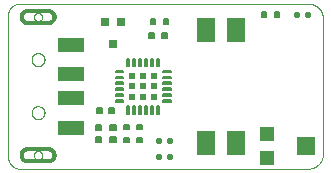
<source format=gtp>
G75*
%MOIN*%
%OFA0B0*%
%FSLAX25Y25*%
%IPPOS*%
%LPD*%
%AMOC8*
5,1,8,0,0,1.08239X$1,22.5*
%
%ADD10C,0.00100*%
%ADD11R,0.06299X0.07874*%
%ADD12C,0.00661*%
%ADD13C,0.00591*%
%ADD14R,0.02756X0.02756*%
%ADD15C,0.00551*%
%ADD16R,0.02362X0.02362*%
%ADD17C,0.00984*%
%ADD18C,0.01181*%
%ADD19R,0.09055X0.04724*%
%ADD20C,0.00000*%
%ADD21R,0.06299X0.05906*%
%ADD22R,0.04724X0.04724*%
D10*
X0061197Y0006800D02*
X0061197Y0054300D01*
X0061203Y0054422D01*
X0061213Y0054543D01*
X0061226Y0054664D01*
X0061243Y0054785D01*
X0061264Y0054905D01*
X0061289Y0055024D01*
X0061318Y0055142D01*
X0061350Y0055260D01*
X0061386Y0055376D01*
X0061425Y0055491D01*
X0061468Y0055605D01*
X0061515Y0055718D01*
X0061565Y0055829D01*
X0061619Y0055938D01*
X0061676Y0056046D01*
X0061737Y0056151D01*
X0061800Y0056255D01*
X0061867Y0056357D01*
X0061937Y0056456D01*
X0062011Y0056554D01*
X0062087Y0056649D01*
X0062166Y0056741D01*
X0062248Y0056831D01*
X0062333Y0056919D01*
X0062420Y0057003D01*
X0062511Y0057085D01*
X0062603Y0057164D01*
X0062698Y0057240D01*
X0062796Y0057313D01*
X0062895Y0057383D01*
X0062997Y0057450D01*
X0063101Y0057514D01*
X0063207Y0057574D01*
X0063315Y0057631D01*
X0063424Y0057684D01*
X0063535Y0057734D01*
X0063648Y0057781D01*
X0063762Y0057824D01*
X0063877Y0057863D01*
X0063993Y0057899D01*
X0064111Y0057931D01*
X0064229Y0057959D01*
X0064349Y0057984D01*
X0064469Y0058005D01*
X0064589Y0058022D01*
X0064710Y0058035D01*
X0064832Y0058045D01*
X0064953Y0058050D01*
X0065075Y0058052D01*
X0065197Y0058050D01*
X0161197Y0058050D01*
X0161337Y0058048D01*
X0161477Y0058042D01*
X0161617Y0058032D01*
X0161757Y0058019D01*
X0161896Y0058001D01*
X0162035Y0057979D01*
X0162172Y0057954D01*
X0162310Y0057925D01*
X0162446Y0057892D01*
X0162581Y0057855D01*
X0162715Y0057814D01*
X0162848Y0057769D01*
X0162980Y0057721D01*
X0163110Y0057669D01*
X0163239Y0057614D01*
X0163366Y0057555D01*
X0163492Y0057492D01*
X0163616Y0057426D01*
X0163737Y0057357D01*
X0163857Y0057284D01*
X0163975Y0057207D01*
X0164090Y0057128D01*
X0164204Y0057045D01*
X0164314Y0056959D01*
X0164423Y0056870D01*
X0164529Y0056778D01*
X0164632Y0056683D01*
X0164733Y0056586D01*
X0164830Y0056485D01*
X0164925Y0056382D01*
X0165017Y0056276D01*
X0165106Y0056167D01*
X0165192Y0056057D01*
X0165275Y0055943D01*
X0165354Y0055828D01*
X0165431Y0055710D01*
X0165504Y0055590D01*
X0165573Y0055469D01*
X0165639Y0055345D01*
X0165702Y0055219D01*
X0165761Y0055092D01*
X0165816Y0054963D01*
X0165868Y0054833D01*
X0165916Y0054701D01*
X0165961Y0054568D01*
X0166002Y0054434D01*
X0166039Y0054299D01*
X0166072Y0054163D01*
X0166101Y0054025D01*
X0166126Y0053888D01*
X0166148Y0053749D01*
X0166166Y0053610D01*
X0166179Y0053470D01*
X0166189Y0053330D01*
X0166195Y0053190D01*
X0166197Y0053050D01*
X0166197Y0008050D01*
X0166195Y0007910D01*
X0166189Y0007770D01*
X0166179Y0007630D01*
X0166166Y0007490D01*
X0166148Y0007351D01*
X0166126Y0007212D01*
X0166101Y0007075D01*
X0166072Y0006937D01*
X0166039Y0006801D01*
X0166002Y0006666D01*
X0165961Y0006532D01*
X0165916Y0006399D01*
X0165868Y0006267D01*
X0165816Y0006137D01*
X0165761Y0006008D01*
X0165702Y0005881D01*
X0165639Y0005755D01*
X0165573Y0005631D01*
X0165504Y0005510D01*
X0165431Y0005390D01*
X0165354Y0005272D01*
X0165275Y0005157D01*
X0165192Y0005043D01*
X0165106Y0004933D01*
X0165017Y0004824D01*
X0164925Y0004718D01*
X0164830Y0004615D01*
X0164733Y0004514D01*
X0164632Y0004417D01*
X0164529Y0004322D01*
X0164423Y0004230D01*
X0164314Y0004141D01*
X0164204Y0004055D01*
X0164090Y0003972D01*
X0163975Y0003893D01*
X0163857Y0003816D01*
X0163737Y0003743D01*
X0163616Y0003674D01*
X0163492Y0003608D01*
X0163366Y0003545D01*
X0163239Y0003486D01*
X0163110Y0003431D01*
X0162980Y0003379D01*
X0162848Y0003331D01*
X0162715Y0003286D01*
X0162581Y0003245D01*
X0162446Y0003208D01*
X0162310Y0003175D01*
X0162172Y0003146D01*
X0162035Y0003121D01*
X0161896Y0003099D01*
X0161757Y0003081D01*
X0161617Y0003068D01*
X0161477Y0003058D01*
X0161337Y0003052D01*
X0161197Y0003050D01*
X0065197Y0003050D01*
X0065073Y0003048D01*
X0064948Y0003050D01*
X0064824Y0003056D01*
X0064700Y0003066D01*
X0064577Y0003080D01*
X0064454Y0003098D01*
X0064332Y0003119D01*
X0064210Y0003145D01*
X0064089Y0003175D01*
X0063970Y0003208D01*
X0063851Y0003245D01*
X0063734Y0003286D01*
X0063618Y0003331D01*
X0063503Y0003380D01*
X0063390Y0003432D01*
X0063279Y0003487D01*
X0063170Y0003547D01*
X0063063Y0003609D01*
X0062958Y0003675D01*
X0062855Y0003745D01*
X0062754Y0003817D01*
X0062655Y0003893D01*
X0062559Y0003972D01*
X0062466Y0004054D01*
X0062375Y0004139D01*
X0062287Y0004227D01*
X0062202Y0004318D01*
X0062120Y0004411D01*
X0062041Y0004507D01*
X0061965Y0004606D01*
X0061893Y0004706D01*
X0061823Y0004809D01*
X0061757Y0004915D01*
X0061694Y0005022D01*
X0061635Y0005131D01*
X0061579Y0005242D01*
X0061527Y0005355D01*
X0061479Y0005469D01*
X0061434Y0005585D01*
X0061393Y0005703D01*
X0061355Y0005821D01*
X0061322Y0005941D01*
X0061292Y0006062D01*
X0061267Y0006183D01*
X0061245Y0006306D01*
X0061227Y0006428D01*
X0061213Y0006552D01*
X0061203Y0006676D01*
X0061197Y0006800D01*
D11*
X0127197Y0011770D03*
X0137197Y0011770D03*
X0137197Y0049330D03*
X0127197Y0049330D03*
D12*
X0096534Y0021699D02*
X0094990Y0021699D01*
X0094990Y0023401D01*
X0096534Y0023401D01*
X0096534Y0021699D01*
X0096534Y0022359D02*
X0094990Y0022359D01*
X0094990Y0023019D02*
X0096534Y0023019D01*
X0092419Y0021699D02*
X0090875Y0021699D01*
X0090875Y0023401D01*
X0092419Y0023401D01*
X0092419Y0021699D01*
X0092419Y0022359D02*
X0090875Y0022359D01*
X0090875Y0023019D02*
X0092419Y0023019D01*
X0090471Y0017622D02*
X0090471Y0016078D01*
X0090471Y0017622D02*
X0092173Y0017622D01*
X0092173Y0016078D01*
X0090471Y0016078D01*
X0090471Y0016738D02*
X0092173Y0016738D01*
X0092173Y0017398D02*
X0090471Y0017398D01*
X0097048Y0017637D02*
X0097048Y0016093D01*
X0095346Y0016093D01*
X0095346Y0017637D01*
X0097048Y0017637D01*
X0097048Y0016753D02*
X0095346Y0016753D01*
X0095346Y0017413D02*
X0097048Y0017413D01*
X0097048Y0013522D02*
X0097048Y0011978D01*
X0095346Y0011978D01*
X0095346Y0013522D01*
X0097048Y0013522D01*
X0097048Y0012638D02*
X0095346Y0012638D01*
X0095346Y0013298D02*
X0097048Y0013298D01*
X0090471Y0013507D02*
X0090471Y0011963D01*
X0090471Y0013507D02*
X0092173Y0013507D01*
X0092173Y0011963D01*
X0090471Y0011963D01*
X0090471Y0012623D02*
X0092173Y0012623D01*
X0092173Y0013283D02*
X0090471Y0013283D01*
D13*
X0101583Y0013324D02*
X0101583Y0011946D01*
X0099811Y0011946D01*
X0099811Y0013324D01*
X0101583Y0013324D01*
X0101583Y0012536D02*
X0099811Y0012536D01*
X0099811Y0013126D02*
X0101583Y0013126D01*
X0105958Y0013324D02*
X0105958Y0011946D01*
X0104186Y0011946D01*
X0104186Y0013324D01*
X0105958Y0013324D01*
X0105958Y0012536D02*
X0104186Y0012536D01*
X0104186Y0013126D02*
X0105958Y0013126D01*
X0105958Y0016276D02*
X0105958Y0017654D01*
X0105958Y0016276D02*
X0104186Y0016276D01*
X0104186Y0017654D01*
X0105958Y0017654D01*
X0105958Y0016866D02*
X0104186Y0016866D01*
X0104186Y0017456D02*
X0105958Y0017456D01*
X0101583Y0017654D02*
X0101583Y0016276D01*
X0099811Y0016276D01*
X0099811Y0017654D01*
X0101583Y0017654D01*
X0101583Y0016866D02*
X0099811Y0016866D01*
X0099811Y0017456D02*
X0101583Y0017456D01*
X0108342Y0046664D02*
X0109720Y0046664D01*
X0108342Y0046664D02*
X0108342Y0048436D01*
X0109720Y0048436D01*
X0109720Y0046664D01*
X0109720Y0047254D02*
X0108342Y0047254D01*
X0108342Y0047844D02*
X0109720Y0047844D01*
X0109720Y0048434D02*
X0108342Y0048434D01*
X0112673Y0046664D02*
X0114051Y0046664D01*
X0112673Y0046664D02*
X0112673Y0048436D01*
X0114051Y0048436D01*
X0114051Y0046664D01*
X0114051Y0047254D02*
X0112673Y0047254D01*
X0112673Y0047844D02*
X0114051Y0047844D01*
X0114051Y0048434D02*
X0112673Y0048434D01*
X0113173Y0052936D02*
X0114551Y0052936D01*
X0114551Y0051164D01*
X0113173Y0051164D01*
X0113173Y0052936D01*
X0113173Y0051754D02*
X0114551Y0051754D01*
X0114551Y0052344D02*
X0113173Y0052344D01*
X0113173Y0052934D02*
X0114551Y0052934D01*
X0110220Y0052936D02*
X0108842Y0052936D01*
X0110220Y0052936D02*
X0110220Y0051164D01*
X0108842Y0051164D01*
X0108842Y0052936D01*
X0108842Y0051754D02*
X0110220Y0051754D01*
X0110220Y0052344D02*
X0108842Y0052344D01*
X0108842Y0052934D02*
X0110220Y0052934D01*
X0145842Y0053664D02*
X0147220Y0053664D01*
X0145842Y0053664D02*
X0145842Y0055436D01*
X0147220Y0055436D01*
X0147220Y0053664D01*
X0147220Y0054254D02*
X0145842Y0054254D01*
X0145842Y0054844D02*
X0147220Y0054844D01*
X0147220Y0055434D02*
X0145842Y0055434D01*
X0150173Y0053664D02*
X0151551Y0053664D01*
X0150173Y0053664D02*
X0150173Y0055436D01*
X0151551Y0055436D01*
X0151551Y0053664D01*
X0151551Y0054254D02*
X0150173Y0054254D01*
X0150173Y0054844D02*
X0151551Y0054844D01*
X0151551Y0055434D02*
X0150173Y0055434D01*
D14*
X0098756Y0051942D03*
X0093638Y0051942D03*
X0096197Y0044658D03*
D15*
X0101000Y0039724D02*
X0101000Y0037124D01*
X0101000Y0039724D02*
X0101552Y0039724D01*
X0101552Y0037124D01*
X0101000Y0037124D01*
X0101000Y0037674D02*
X0101552Y0037674D01*
X0101552Y0038224D02*
X0101000Y0038224D01*
X0101000Y0038774D02*
X0101552Y0038774D01*
X0101552Y0039324D02*
X0101000Y0039324D01*
X0102968Y0039724D02*
X0102968Y0037124D01*
X0102968Y0039724D02*
X0103520Y0039724D01*
X0103520Y0037124D01*
X0102968Y0037124D01*
X0102968Y0037674D02*
X0103520Y0037674D01*
X0103520Y0038224D02*
X0102968Y0038224D01*
X0102968Y0038774D02*
X0103520Y0038774D01*
X0103520Y0039324D02*
X0102968Y0039324D01*
X0104937Y0039724D02*
X0104937Y0037124D01*
X0104937Y0039724D02*
X0105489Y0039724D01*
X0105489Y0037124D01*
X0104937Y0037124D01*
X0104937Y0037674D02*
X0105489Y0037674D01*
X0105489Y0038224D02*
X0104937Y0038224D01*
X0104937Y0038774D02*
X0105489Y0038774D01*
X0105489Y0039324D02*
X0104937Y0039324D01*
X0106905Y0039724D02*
X0106905Y0037124D01*
X0106905Y0039724D02*
X0107457Y0039724D01*
X0107457Y0037124D01*
X0106905Y0037124D01*
X0106905Y0037674D02*
X0107457Y0037674D01*
X0107457Y0038224D02*
X0106905Y0038224D01*
X0106905Y0038774D02*
X0107457Y0038774D01*
X0107457Y0039324D02*
X0106905Y0039324D01*
X0108874Y0039724D02*
X0108874Y0037124D01*
X0108874Y0039724D02*
X0109426Y0039724D01*
X0109426Y0037124D01*
X0108874Y0037124D01*
X0108874Y0037674D02*
X0109426Y0037674D01*
X0109426Y0038224D02*
X0108874Y0038224D01*
X0108874Y0038774D02*
X0109426Y0038774D01*
X0109426Y0039324D02*
X0108874Y0039324D01*
X0110842Y0039724D02*
X0110842Y0037124D01*
X0110842Y0039724D02*
X0111394Y0039724D01*
X0111394Y0037124D01*
X0110842Y0037124D01*
X0110842Y0037674D02*
X0111394Y0037674D01*
X0111394Y0038224D02*
X0110842Y0038224D01*
X0110842Y0038774D02*
X0111394Y0038774D01*
X0111394Y0039324D02*
X0110842Y0039324D01*
X0112771Y0035195D02*
X0115371Y0035195D01*
X0112771Y0035195D02*
X0112771Y0035747D01*
X0115371Y0035747D01*
X0115371Y0035195D01*
X0115371Y0035745D02*
X0112771Y0035745D01*
X0112771Y0033227D02*
X0115371Y0033227D01*
X0112771Y0033227D02*
X0112771Y0033779D01*
X0115371Y0033779D01*
X0115371Y0033227D01*
X0115371Y0033777D02*
X0112771Y0033777D01*
X0112771Y0031258D02*
X0115371Y0031258D01*
X0112771Y0031258D02*
X0112771Y0031810D01*
X0115371Y0031810D01*
X0115371Y0031258D01*
X0115371Y0031808D02*
X0112771Y0031808D01*
X0112771Y0029290D02*
X0115371Y0029290D01*
X0112771Y0029290D02*
X0112771Y0029842D01*
X0115371Y0029842D01*
X0115371Y0029290D01*
X0115371Y0029840D02*
X0112771Y0029840D01*
X0112771Y0027321D02*
X0115371Y0027321D01*
X0112771Y0027321D02*
X0112771Y0027873D01*
X0115371Y0027873D01*
X0115371Y0027321D01*
X0115371Y0027871D02*
X0112771Y0027871D01*
X0112771Y0025353D02*
X0115371Y0025353D01*
X0112771Y0025353D02*
X0112771Y0025905D01*
X0115371Y0025905D01*
X0115371Y0025353D01*
X0115371Y0025903D02*
X0112771Y0025903D01*
X0111394Y0023976D02*
X0111394Y0021376D01*
X0110842Y0021376D01*
X0110842Y0023976D01*
X0111394Y0023976D01*
X0111394Y0021926D02*
X0110842Y0021926D01*
X0110842Y0022476D02*
X0111394Y0022476D01*
X0111394Y0023026D02*
X0110842Y0023026D01*
X0110842Y0023576D02*
X0111394Y0023576D01*
X0109426Y0023976D02*
X0109426Y0021376D01*
X0108874Y0021376D01*
X0108874Y0023976D01*
X0109426Y0023976D01*
X0109426Y0021926D02*
X0108874Y0021926D01*
X0108874Y0022476D02*
X0109426Y0022476D01*
X0109426Y0023026D02*
X0108874Y0023026D01*
X0108874Y0023576D02*
X0109426Y0023576D01*
X0107457Y0023976D02*
X0107457Y0021376D01*
X0106905Y0021376D01*
X0106905Y0023976D01*
X0107457Y0023976D01*
X0107457Y0021926D02*
X0106905Y0021926D01*
X0106905Y0022476D02*
X0107457Y0022476D01*
X0107457Y0023026D02*
X0106905Y0023026D01*
X0106905Y0023576D02*
X0107457Y0023576D01*
X0105489Y0023976D02*
X0105489Y0021376D01*
X0104937Y0021376D01*
X0104937Y0023976D01*
X0105489Y0023976D01*
X0105489Y0021926D02*
X0104937Y0021926D01*
X0104937Y0022476D02*
X0105489Y0022476D01*
X0105489Y0023026D02*
X0104937Y0023026D01*
X0104937Y0023576D02*
X0105489Y0023576D01*
X0103520Y0023976D02*
X0103520Y0021376D01*
X0102968Y0021376D01*
X0102968Y0023976D01*
X0103520Y0023976D01*
X0103520Y0021926D02*
X0102968Y0021926D01*
X0102968Y0022476D02*
X0103520Y0022476D01*
X0103520Y0023026D02*
X0102968Y0023026D01*
X0102968Y0023576D02*
X0103520Y0023576D01*
X0101552Y0023976D02*
X0101552Y0021376D01*
X0101000Y0021376D01*
X0101000Y0023976D01*
X0101552Y0023976D01*
X0101552Y0021926D02*
X0101000Y0021926D01*
X0101000Y0022476D02*
X0101552Y0022476D01*
X0101552Y0023026D02*
X0101000Y0023026D01*
X0101000Y0023576D02*
X0101552Y0023576D01*
X0099623Y0025905D02*
X0097023Y0025905D01*
X0099623Y0025905D02*
X0099623Y0025353D01*
X0097023Y0025353D01*
X0097023Y0025905D01*
X0097023Y0025903D02*
X0099623Y0025903D01*
X0099623Y0027873D02*
X0097023Y0027873D01*
X0099623Y0027873D02*
X0099623Y0027321D01*
X0097023Y0027321D01*
X0097023Y0027873D01*
X0097023Y0027871D02*
X0099623Y0027871D01*
X0099623Y0029842D02*
X0097023Y0029842D01*
X0099623Y0029842D02*
X0099623Y0029290D01*
X0097023Y0029290D01*
X0097023Y0029842D01*
X0097023Y0029840D02*
X0099623Y0029840D01*
X0099623Y0031810D02*
X0097023Y0031810D01*
X0099623Y0031810D02*
X0099623Y0031258D01*
X0097023Y0031258D01*
X0097023Y0031810D01*
X0097023Y0031808D02*
X0099623Y0031808D01*
X0099623Y0033779D02*
X0097023Y0033779D01*
X0099623Y0033779D02*
X0099623Y0033227D01*
X0097023Y0033227D01*
X0097023Y0033779D01*
X0097023Y0033777D02*
X0099623Y0033777D01*
X0099623Y0035747D02*
X0097023Y0035747D01*
X0099623Y0035747D02*
X0099623Y0035195D01*
X0097023Y0035195D01*
X0097023Y0035747D01*
X0097023Y0035745D02*
X0099623Y0035745D01*
D16*
X0102654Y0034093D03*
X0106197Y0034093D03*
X0109740Y0034093D03*
X0109740Y0030550D03*
X0106197Y0030550D03*
X0102654Y0030550D03*
X0102654Y0027007D03*
X0106197Y0027007D03*
X0109740Y0027007D03*
D17*
X0111868Y0013042D02*
X0111868Y0012058D01*
X0110884Y0012058D01*
X0110884Y0013042D01*
X0111868Y0013042D01*
X0111868Y0013041D02*
X0110884Y0013041D01*
X0115510Y0013042D02*
X0115510Y0012058D01*
X0114526Y0012058D01*
X0114526Y0013042D01*
X0115510Y0013042D01*
X0115510Y0013041D02*
X0114526Y0013041D01*
X0115510Y0007542D02*
X0115510Y0006558D01*
X0114526Y0006558D01*
X0114526Y0007542D01*
X0115510Y0007542D01*
X0115510Y0007541D02*
X0114526Y0007541D01*
X0111868Y0007542D02*
X0111868Y0006558D01*
X0110884Y0006558D01*
X0110884Y0007542D01*
X0111868Y0007542D01*
X0111868Y0007541D02*
X0110884Y0007541D01*
X0156884Y0054058D02*
X0156884Y0055042D01*
X0157868Y0055042D01*
X0157868Y0054058D01*
X0156884Y0054058D01*
X0156884Y0055041D02*
X0157868Y0055041D01*
X0160526Y0055042D02*
X0160526Y0054058D01*
X0160526Y0055042D02*
X0161510Y0055042D01*
X0161510Y0054058D01*
X0160526Y0054058D01*
X0160526Y0055041D02*
X0161510Y0055041D01*
D18*
X0074740Y0055550D02*
X0067654Y0055550D01*
X0067568Y0055548D01*
X0067482Y0055543D01*
X0067397Y0055533D01*
X0067312Y0055520D01*
X0067228Y0055503D01*
X0067144Y0055483D01*
X0067062Y0055459D01*
X0066981Y0055431D01*
X0066900Y0055400D01*
X0066822Y0055366D01*
X0066745Y0055328D01*
X0066670Y0055286D01*
X0066596Y0055242D01*
X0066525Y0055194D01*
X0066455Y0055143D01*
X0066388Y0055089D01*
X0066324Y0055033D01*
X0066262Y0054973D01*
X0066202Y0054911D01*
X0066146Y0054847D01*
X0066092Y0054780D01*
X0066041Y0054710D01*
X0065993Y0054639D01*
X0065949Y0054566D01*
X0065907Y0054490D01*
X0065869Y0054413D01*
X0065835Y0054335D01*
X0065804Y0054254D01*
X0065776Y0054173D01*
X0065752Y0054091D01*
X0065732Y0054007D01*
X0065715Y0053923D01*
X0065702Y0053838D01*
X0065692Y0053753D01*
X0065687Y0053667D01*
X0065685Y0053581D01*
X0065687Y0053495D01*
X0065692Y0053409D01*
X0065702Y0053324D01*
X0065715Y0053239D01*
X0065732Y0053155D01*
X0065752Y0053071D01*
X0065776Y0052989D01*
X0065804Y0052908D01*
X0065835Y0052827D01*
X0065869Y0052749D01*
X0065907Y0052672D01*
X0065949Y0052597D01*
X0065993Y0052523D01*
X0066041Y0052452D01*
X0066092Y0052382D01*
X0066146Y0052315D01*
X0066202Y0052251D01*
X0066262Y0052189D01*
X0066324Y0052129D01*
X0066388Y0052073D01*
X0066455Y0052019D01*
X0066525Y0051968D01*
X0066596Y0051920D01*
X0066670Y0051876D01*
X0066745Y0051834D01*
X0066822Y0051796D01*
X0066900Y0051762D01*
X0066981Y0051731D01*
X0067062Y0051703D01*
X0067144Y0051679D01*
X0067228Y0051659D01*
X0067312Y0051642D01*
X0067397Y0051629D01*
X0067482Y0051619D01*
X0067568Y0051614D01*
X0067654Y0051612D01*
X0067654Y0051613D02*
X0074740Y0051613D01*
X0074740Y0051612D02*
X0074826Y0051614D01*
X0074912Y0051619D01*
X0074997Y0051629D01*
X0075082Y0051642D01*
X0075166Y0051659D01*
X0075250Y0051679D01*
X0075332Y0051703D01*
X0075413Y0051731D01*
X0075494Y0051762D01*
X0075572Y0051796D01*
X0075649Y0051834D01*
X0075725Y0051876D01*
X0075798Y0051920D01*
X0075869Y0051968D01*
X0075939Y0052019D01*
X0076006Y0052073D01*
X0076070Y0052129D01*
X0076132Y0052189D01*
X0076192Y0052251D01*
X0076248Y0052315D01*
X0076302Y0052382D01*
X0076353Y0052452D01*
X0076401Y0052523D01*
X0076445Y0052597D01*
X0076487Y0052672D01*
X0076525Y0052749D01*
X0076559Y0052827D01*
X0076590Y0052908D01*
X0076618Y0052989D01*
X0076642Y0053071D01*
X0076662Y0053155D01*
X0076679Y0053239D01*
X0076692Y0053324D01*
X0076702Y0053409D01*
X0076707Y0053495D01*
X0076709Y0053581D01*
X0076707Y0053667D01*
X0076702Y0053753D01*
X0076692Y0053838D01*
X0076679Y0053923D01*
X0076662Y0054007D01*
X0076642Y0054091D01*
X0076618Y0054173D01*
X0076590Y0054254D01*
X0076559Y0054335D01*
X0076525Y0054413D01*
X0076487Y0054490D01*
X0076445Y0054566D01*
X0076401Y0054639D01*
X0076353Y0054710D01*
X0076302Y0054780D01*
X0076248Y0054847D01*
X0076192Y0054911D01*
X0076132Y0054973D01*
X0076070Y0055033D01*
X0076006Y0055089D01*
X0075939Y0055143D01*
X0075869Y0055194D01*
X0075798Y0055242D01*
X0075725Y0055286D01*
X0075649Y0055328D01*
X0075572Y0055366D01*
X0075494Y0055400D01*
X0075413Y0055431D01*
X0075332Y0055459D01*
X0075250Y0055483D01*
X0075166Y0055503D01*
X0075082Y0055520D01*
X0074997Y0055533D01*
X0074912Y0055543D01*
X0074826Y0055548D01*
X0074740Y0055550D01*
X0074740Y0009487D02*
X0067654Y0009487D01*
X0067654Y0009488D02*
X0067568Y0009486D01*
X0067482Y0009481D01*
X0067397Y0009471D01*
X0067312Y0009458D01*
X0067228Y0009441D01*
X0067144Y0009421D01*
X0067062Y0009397D01*
X0066981Y0009369D01*
X0066900Y0009338D01*
X0066822Y0009304D01*
X0066745Y0009266D01*
X0066670Y0009224D01*
X0066596Y0009180D01*
X0066525Y0009132D01*
X0066455Y0009081D01*
X0066388Y0009027D01*
X0066324Y0008971D01*
X0066262Y0008911D01*
X0066202Y0008849D01*
X0066146Y0008785D01*
X0066092Y0008718D01*
X0066041Y0008648D01*
X0065993Y0008577D01*
X0065949Y0008504D01*
X0065907Y0008428D01*
X0065869Y0008351D01*
X0065835Y0008273D01*
X0065804Y0008192D01*
X0065776Y0008111D01*
X0065752Y0008029D01*
X0065732Y0007945D01*
X0065715Y0007861D01*
X0065702Y0007776D01*
X0065692Y0007691D01*
X0065687Y0007605D01*
X0065685Y0007519D01*
X0065687Y0007433D01*
X0065692Y0007347D01*
X0065702Y0007262D01*
X0065715Y0007177D01*
X0065732Y0007093D01*
X0065752Y0007009D01*
X0065776Y0006927D01*
X0065804Y0006846D01*
X0065835Y0006765D01*
X0065869Y0006687D01*
X0065907Y0006610D01*
X0065949Y0006535D01*
X0065993Y0006461D01*
X0066041Y0006390D01*
X0066092Y0006320D01*
X0066146Y0006253D01*
X0066202Y0006189D01*
X0066262Y0006127D01*
X0066324Y0006067D01*
X0066388Y0006011D01*
X0066455Y0005957D01*
X0066525Y0005906D01*
X0066596Y0005858D01*
X0066670Y0005814D01*
X0066745Y0005772D01*
X0066822Y0005734D01*
X0066900Y0005700D01*
X0066981Y0005669D01*
X0067062Y0005641D01*
X0067144Y0005617D01*
X0067228Y0005597D01*
X0067312Y0005580D01*
X0067397Y0005567D01*
X0067482Y0005557D01*
X0067568Y0005552D01*
X0067654Y0005550D01*
X0074740Y0005550D01*
X0074826Y0005552D01*
X0074912Y0005557D01*
X0074997Y0005567D01*
X0075082Y0005580D01*
X0075166Y0005597D01*
X0075250Y0005617D01*
X0075332Y0005641D01*
X0075413Y0005669D01*
X0075494Y0005700D01*
X0075572Y0005734D01*
X0075649Y0005772D01*
X0075725Y0005814D01*
X0075798Y0005858D01*
X0075869Y0005906D01*
X0075939Y0005957D01*
X0076006Y0006011D01*
X0076070Y0006067D01*
X0076132Y0006127D01*
X0076192Y0006189D01*
X0076248Y0006253D01*
X0076302Y0006320D01*
X0076353Y0006390D01*
X0076401Y0006461D01*
X0076445Y0006534D01*
X0076487Y0006610D01*
X0076525Y0006687D01*
X0076559Y0006765D01*
X0076590Y0006846D01*
X0076618Y0006927D01*
X0076642Y0007009D01*
X0076662Y0007093D01*
X0076679Y0007177D01*
X0076692Y0007262D01*
X0076702Y0007347D01*
X0076707Y0007433D01*
X0076709Y0007519D01*
X0076707Y0007605D01*
X0076702Y0007691D01*
X0076692Y0007776D01*
X0076679Y0007861D01*
X0076662Y0007945D01*
X0076642Y0008029D01*
X0076618Y0008111D01*
X0076590Y0008192D01*
X0076559Y0008273D01*
X0076525Y0008351D01*
X0076487Y0008428D01*
X0076445Y0008504D01*
X0076401Y0008577D01*
X0076353Y0008648D01*
X0076302Y0008718D01*
X0076248Y0008785D01*
X0076192Y0008849D01*
X0076132Y0008911D01*
X0076070Y0008971D01*
X0076006Y0009027D01*
X0075939Y0009081D01*
X0075869Y0009132D01*
X0075798Y0009180D01*
X0075725Y0009224D01*
X0075649Y0009266D01*
X0075572Y0009304D01*
X0075494Y0009338D01*
X0075413Y0009369D01*
X0075332Y0009397D01*
X0075250Y0009421D01*
X0075166Y0009441D01*
X0075082Y0009458D01*
X0074997Y0009471D01*
X0074912Y0009481D01*
X0074826Y0009486D01*
X0074740Y0009488D01*
D19*
X0082024Y0016770D03*
X0082024Y0026613D03*
X0082024Y0034487D03*
X0082024Y0044330D03*
D20*
X0069032Y0039408D02*
X0069034Y0039501D01*
X0069040Y0039593D01*
X0069050Y0039685D01*
X0069064Y0039776D01*
X0069081Y0039867D01*
X0069103Y0039957D01*
X0069128Y0040046D01*
X0069157Y0040134D01*
X0069190Y0040220D01*
X0069227Y0040305D01*
X0069267Y0040389D01*
X0069311Y0040470D01*
X0069358Y0040550D01*
X0069408Y0040628D01*
X0069462Y0040703D01*
X0069519Y0040776D01*
X0069579Y0040846D01*
X0069642Y0040914D01*
X0069708Y0040979D01*
X0069776Y0041041D01*
X0069847Y0041101D01*
X0069921Y0041157D01*
X0069997Y0041210D01*
X0070075Y0041259D01*
X0070155Y0041306D01*
X0070237Y0041348D01*
X0070321Y0041388D01*
X0070406Y0041423D01*
X0070493Y0041455D01*
X0070581Y0041484D01*
X0070670Y0041508D01*
X0070760Y0041529D01*
X0070851Y0041545D01*
X0070943Y0041558D01*
X0071035Y0041567D01*
X0071128Y0041572D01*
X0071220Y0041573D01*
X0071313Y0041570D01*
X0071405Y0041563D01*
X0071497Y0041552D01*
X0071588Y0041537D01*
X0071679Y0041519D01*
X0071769Y0041496D01*
X0071857Y0041470D01*
X0071945Y0041440D01*
X0072031Y0041406D01*
X0072115Y0041369D01*
X0072198Y0041327D01*
X0072279Y0041283D01*
X0072359Y0041235D01*
X0072436Y0041184D01*
X0072510Y0041129D01*
X0072583Y0041071D01*
X0072653Y0041011D01*
X0072720Y0040947D01*
X0072784Y0040881D01*
X0072846Y0040811D01*
X0072904Y0040740D01*
X0072959Y0040666D01*
X0073011Y0040589D01*
X0073060Y0040510D01*
X0073106Y0040430D01*
X0073148Y0040347D01*
X0073186Y0040263D01*
X0073221Y0040177D01*
X0073252Y0040090D01*
X0073279Y0040002D01*
X0073302Y0039912D01*
X0073322Y0039822D01*
X0073338Y0039731D01*
X0073350Y0039639D01*
X0073358Y0039547D01*
X0073362Y0039454D01*
X0073362Y0039362D01*
X0073358Y0039269D01*
X0073350Y0039177D01*
X0073338Y0039085D01*
X0073322Y0038994D01*
X0073302Y0038904D01*
X0073279Y0038814D01*
X0073252Y0038726D01*
X0073221Y0038639D01*
X0073186Y0038553D01*
X0073148Y0038469D01*
X0073106Y0038386D01*
X0073060Y0038306D01*
X0073011Y0038227D01*
X0072959Y0038150D01*
X0072904Y0038076D01*
X0072846Y0038005D01*
X0072784Y0037935D01*
X0072720Y0037869D01*
X0072653Y0037805D01*
X0072583Y0037745D01*
X0072510Y0037687D01*
X0072436Y0037632D01*
X0072359Y0037581D01*
X0072280Y0037533D01*
X0072198Y0037489D01*
X0072115Y0037447D01*
X0072031Y0037410D01*
X0071945Y0037376D01*
X0071857Y0037346D01*
X0071769Y0037320D01*
X0071679Y0037297D01*
X0071588Y0037279D01*
X0071497Y0037264D01*
X0071405Y0037253D01*
X0071313Y0037246D01*
X0071220Y0037243D01*
X0071128Y0037244D01*
X0071035Y0037249D01*
X0070943Y0037258D01*
X0070851Y0037271D01*
X0070760Y0037287D01*
X0070670Y0037308D01*
X0070581Y0037332D01*
X0070493Y0037361D01*
X0070406Y0037393D01*
X0070321Y0037428D01*
X0070237Y0037468D01*
X0070155Y0037510D01*
X0070075Y0037557D01*
X0069997Y0037606D01*
X0069921Y0037659D01*
X0069847Y0037715D01*
X0069776Y0037775D01*
X0069708Y0037837D01*
X0069642Y0037902D01*
X0069579Y0037970D01*
X0069519Y0038040D01*
X0069462Y0038113D01*
X0069408Y0038188D01*
X0069358Y0038266D01*
X0069311Y0038346D01*
X0069267Y0038427D01*
X0069227Y0038511D01*
X0069190Y0038596D01*
X0069157Y0038682D01*
X0069128Y0038770D01*
X0069103Y0038859D01*
X0069081Y0038949D01*
X0069064Y0039040D01*
X0069050Y0039131D01*
X0069040Y0039223D01*
X0069034Y0039315D01*
X0069032Y0039408D01*
X0069819Y0053581D02*
X0069821Y0053655D01*
X0069827Y0053729D01*
X0069837Y0053802D01*
X0069851Y0053875D01*
X0069868Y0053947D01*
X0069890Y0054017D01*
X0069915Y0054087D01*
X0069944Y0054155D01*
X0069977Y0054221D01*
X0070013Y0054286D01*
X0070053Y0054348D01*
X0070095Y0054409D01*
X0070141Y0054467D01*
X0070190Y0054522D01*
X0070242Y0054575D01*
X0070297Y0054625D01*
X0070354Y0054671D01*
X0070414Y0054715D01*
X0070476Y0054755D01*
X0070540Y0054792D01*
X0070606Y0054826D01*
X0070674Y0054856D01*
X0070743Y0054882D01*
X0070814Y0054905D01*
X0070885Y0054923D01*
X0070958Y0054938D01*
X0071031Y0054949D01*
X0071105Y0054956D01*
X0071179Y0054959D01*
X0071252Y0054958D01*
X0071326Y0054953D01*
X0071400Y0054944D01*
X0071473Y0054931D01*
X0071545Y0054914D01*
X0071616Y0054894D01*
X0071686Y0054869D01*
X0071754Y0054841D01*
X0071821Y0054810D01*
X0071886Y0054774D01*
X0071949Y0054736D01*
X0072010Y0054694D01*
X0072069Y0054648D01*
X0072125Y0054600D01*
X0072178Y0054549D01*
X0072228Y0054495D01*
X0072276Y0054438D01*
X0072320Y0054379D01*
X0072362Y0054317D01*
X0072400Y0054254D01*
X0072434Y0054188D01*
X0072465Y0054121D01*
X0072492Y0054052D01*
X0072515Y0053982D01*
X0072535Y0053911D01*
X0072551Y0053838D01*
X0072563Y0053765D01*
X0072571Y0053692D01*
X0072575Y0053618D01*
X0072575Y0053544D01*
X0072571Y0053470D01*
X0072563Y0053397D01*
X0072551Y0053324D01*
X0072535Y0053251D01*
X0072515Y0053180D01*
X0072492Y0053110D01*
X0072465Y0053041D01*
X0072434Y0052974D01*
X0072400Y0052908D01*
X0072362Y0052845D01*
X0072320Y0052783D01*
X0072276Y0052724D01*
X0072228Y0052667D01*
X0072178Y0052613D01*
X0072125Y0052562D01*
X0072069Y0052514D01*
X0072010Y0052468D01*
X0071949Y0052426D01*
X0071886Y0052388D01*
X0071821Y0052352D01*
X0071754Y0052321D01*
X0071686Y0052293D01*
X0071616Y0052268D01*
X0071545Y0052248D01*
X0071473Y0052231D01*
X0071400Y0052218D01*
X0071326Y0052209D01*
X0071252Y0052204D01*
X0071179Y0052203D01*
X0071105Y0052206D01*
X0071031Y0052213D01*
X0070958Y0052224D01*
X0070885Y0052239D01*
X0070814Y0052257D01*
X0070743Y0052280D01*
X0070674Y0052306D01*
X0070606Y0052336D01*
X0070540Y0052370D01*
X0070476Y0052407D01*
X0070414Y0052447D01*
X0070354Y0052491D01*
X0070297Y0052537D01*
X0070242Y0052587D01*
X0070190Y0052640D01*
X0070141Y0052695D01*
X0070095Y0052753D01*
X0070053Y0052814D01*
X0070013Y0052876D01*
X0069977Y0052941D01*
X0069944Y0053007D01*
X0069915Y0053075D01*
X0069890Y0053145D01*
X0069868Y0053215D01*
X0069851Y0053287D01*
X0069837Y0053360D01*
X0069827Y0053433D01*
X0069821Y0053507D01*
X0069819Y0053581D01*
X0069032Y0021692D02*
X0069034Y0021785D01*
X0069040Y0021877D01*
X0069050Y0021969D01*
X0069064Y0022060D01*
X0069081Y0022151D01*
X0069103Y0022241D01*
X0069128Y0022330D01*
X0069157Y0022418D01*
X0069190Y0022504D01*
X0069227Y0022589D01*
X0069267Y0022673D01*
X0069311Y0022754D01*
X0069358Y0022834D01*
X0069408Y0022912D01*
X0069462Y0022987D01*
X0069519Y0023060D01*
X0069579Y0023130D01*
X0069642Y0023198D01*
X0069708Y0023263D01*
X0069776Y0023325D01*
X0069847Y0023385D01*
X0069921Y0023441D01*
X0069997Y0023494D01*
X0070075Y0023543D01*
X0070155Y0023590D01*
X0070237Y0023632D01*
X0070321Y0023672D01*
X0070406Y0023707D01*
X0070493Y0023739D01*
X0070581Y0023768D01*
X0070670Y0023792D01*
X0070760Y0023813D01*
X0070851Y0023829D01*
X0070943Y0023842D01*
X0071035Y0023851D01*
X0071128Y0023856D01*
X0071220Y0023857D01*
X0071313Y0023854D01*
X0071405Y0023847D01*
X0071497Y0023836D01*
X0071588Y0023821D01*
X0071679Y0023803D01*
X0071769Y0023780D01*
X0071857Y0023754D01*
X0071945Y0023724D01*
X0072031Y0023690D01*
X0072115Y0023653D01*
X0072198Y0023611D01*
X0072279Y0023567D01*
X0072359Y0023519D01*
X0072436Y0023468D01*
X0072510Y0023413D01*
X0072583Y0023355D01*
X0072653Y0023295D01*
X0072720Y0023231D01*
X0072784Y0023165D01*
X0072846Y0023095D01*
X0072904Y0023024D01*
X0072959Y0022950D01*
X0073011Y0022873D01*
X0073060Y0022794D01*
X0073106Y0022714D01*
X0073148Y0022631D01*
X0073186Y0022547D01*
X0073221Y0022461D01*
X0073252Y0022374D01*
X0073279Y0022286D01*
X0073302Y0022196D01*
X0073322Y0022106D01*
X0073338Y0022015D01*
X0073350Y0021923D01*
X0073358Y0021831D01*
X0073362Y0021738D01*
X0073362Y0021646D01*
X0073358Y0021553D01*
X0073350Y0021461D01*
X0073338Y0021369D01*
X0073322Y0021278D01*
X0073302Y0021188D01*
X0073279Y0021098D01*
X0073252Y0021010D01*
X0073221Y0020923D01*
X0073186Y0020837D01*
X0073148Y0020753D01*
X0073106Y0020670D01*
X0073060Y0020590D01*
X0073011Y0020511D01*
X0072959Y0020434D01*
X0072904Y0020360D01*
X0072846Y0020289D01*
X0072784Y0020219D01*
X0072720Y0020153D01*
X0072653Y0020089D01*
X0072583Y0020029D01*
X0072510Y0019971D01*
X0072436Y0019916D01*
X0072359Y0019865D01*
X0072280Y0019817D01*
X0072198Y0019773D01*
X0072115Y0019731D01*
X0072031Y0019694D01*
X0071945Y0019660D01*
X0071857Y0019630D01*
X0071769Y0019604D01*
X0071679Y0019581D01*
X0071588Y0019563D01*
X0071497Y0019548D01*
X0071405Y0019537D01*
X0071313Y0019530D01*
X0071220Y0019527D01*
X0071128Y0019528D01*
X0071035Y0019533D01*
X0070943Y0019542D01*
X0070851Y0019555D01*
X0070760Y0019571D01*
X0070670Y0019592D01*
X0070581Y0019616D01*
X0070493Y0019645D01*
X0070406Y0019677D01*
X0070321Y0019712D01*
X0070237Y0019752D01*
X0070155Y0019794D01*
X0070075Y0019841D01*
X0069997Y0019890D01*
X0069921Y0019943D01*
X0069847Y0019999D01*
X0069776Y0020059D01*
X0069708Y0020121D01*
X0069642Y0020186D01*
X0069579Y0020254D01*
X0069519Y0020324D01*
X0069462Y0020397D01*
X0069408Y0020472D01*
X0069358Y0020550D01*
X0069311Y0020630D01*
X0069267Y0020711D01*
X0069227Y0020795D01*
X0069190Y0020880D01*
X0069157Y0020966D01*
X0069128Y0021054D01*
X0069103Y0021143D01*
X0069081Y0021233D01*
X0069064Y0021324D01*
X0069050Y0021415D01*
X0069040Y0021507D01*
X0069034Y0021599D01*
X0069032Y0021692D01*
X0069819Y0007519D02*
X0069821Y0007593D01*
X0069827Y0007667D01*
X0069837Y0007740D01*
X0069851Y0007813D01*
X0069868Y0007885D01*
X0069890Y0007955D01*
X0069915Y0008025D01*
X0069944Y0008093D01*
X0069977Y0008159D01*
X0070013Y0008224D01*
X0070053Y0008286D01*
X0070095Y0008347D01*
X0070141Y0008405D01*
X0070190Y0008460D01*
X0070242Y0008513D01*
X0070297Y0008563D01*
X0070354Y0008609D01*
X0070414Y0008653D01*
X0070476Y0008693D01*
X0070540Y0008730D01*
X0070606Y0008764D01*
X0070674Y0008794D01*
X0070743Y0008820D01*
X0070814Y0008843D01*
X0070885Y0008861D01*
X0070958Y0008876D01*
X0071031Y0008887D01*
X0071105Y0008894D01*
X0071179Y0008897D01*
X0071252Y0008896D01*
X0071326Y0008891D01*
X0071400Y0008882D01*
X0071473Y0008869D01*
X0071545Y0008852D01*
X0071616Y0008832D01*
X0071686Y0008807D01*
X0071754Y0008779D01*
X0071821Y0008748D01*
X0071886Y0008712D01*
X0071949Y0008674D01*
X0072010Y0008632D01*
X0072069Y0008586D01*
X0072125Y0008538D01*
X0072178Y0008487D01*
X0072228Y0008433D01*
X0072276Y0008376D01*
X0072320Y0008317D01*
X0072362Y0008255D01*
X0072400Y0008192D01*
X0072434Y0008126D01*
X0072465Y0008059D01*
X0072492Y0007990D01*
X0072515Y0007920D01*
X0072535Y0007849D01*
X0072551Y0007776D01*
X0072563Y0007703D01*
X0072571Y0007630D01*
X0072575Y0007556D01*
X0072575Y0007482D01*
X0072571Y0007408D01*
X0072563Y0007335D01*
X0072551Y0007262D01*
X0072535Y0007189D01*
X0072515Y0007118D01*
X0072492Y0007048D01*
X0072465Y0006979D01*
X0072434Y0006912D01*
X0072400Y0006846D01*
X0072362Y0006783D01*
X0072320Y0006721D01*
X0072276Y0006662D01*
X0072228Y0006605D01*
X0072178Y0006551D01*
X0072125Y0006500D01*
X0072069Y0006452D01*
X0072010Y0006406D01*
X0071949Y0006364D01*
X0071886Y0006326D01*
X0071821Y0006290D01*
X0071754Y0006259D01*
X0071686Y0006231D01*
X0071616Y0006206D01*
X0071545Y0006186D01*
X0071473Y0006169D01*
X0071400Y0006156D01*
X0071326Y0006147D01*
X0071252Y0006142D01*
X0071179Y0006141D01*
X0071105Y0006144D01*
X0071031Y0006151D01*
X0070958Y0006162D01*
X0070885Y0006177D01*
X0070814Y0006195D01*
X0070743Y0006218D01*
X0070674Y0006244D01*
X0070606Y0006274D01*
X0070540Y0006308D01*
X0070476Y0006345D01*
X0070414Y0006385D01*
X0070354Y0006429D01*
X0070297Y0006475D01*
X0070242Y0006525D01*
X0070190Y0006578D01*
X0070141Y0006633D01*
X0070095Y0006691D01*
X0070053Y0006752D01*
X0070013Y0006814D01*
X0069977Y0006879D01*
X0069944Y0006945D01*
X0069915Y0007013D01*
X0069890Y0007083D01*
X0069868Y0007153D01*
X0069851Y0007225D01*
X0069837Y0007298D01*
X0069827Y0007371D01*
X0069821Y0007445D01*
X0069819Y0007519D01*
D21*
X0160602Y0010550D03*
D22*
X0147512Y0006613D03*
X0147512Y0014487D03*
M02*

</source>
